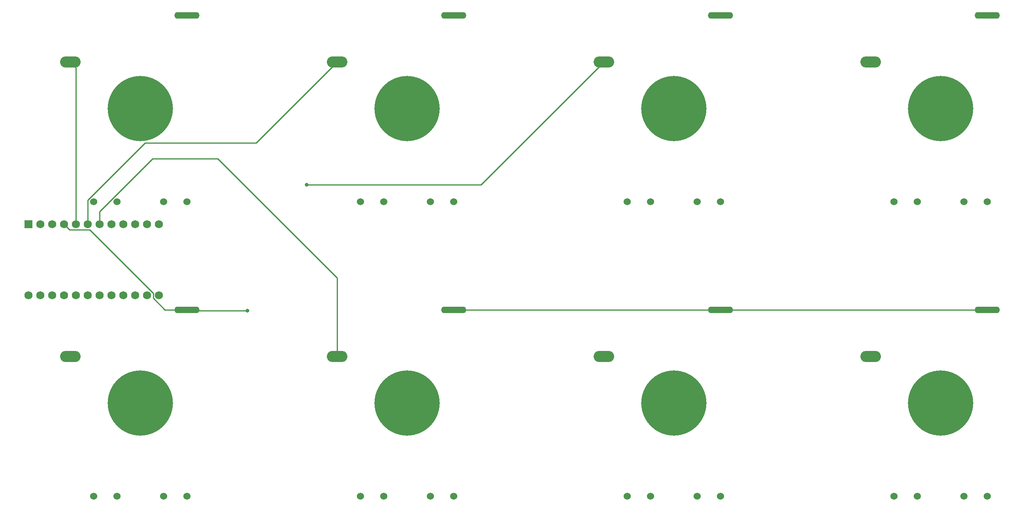
<source format=gtl>
%TF.GenerationSoftware,KiCad,Pcbnew,(5.1.8)-1*%
%TF.CreationDate,2021-01-26T10:30:40+02:00*%
%TF.ProjectId,bigartsey,62696761-7274-4736-9579-2e6b69636164,rev?*%
%TF.SameCoordinates,Original*%
%TF.FileFunction,Copper,L1,Top*%
%TF.FilePolarity,Positive*%
%FSLAX46Y46*%
G04 Gerber Fmt 4.6, Leading zero omitted, Abs format (unit mm)*
G04 Created by KiCad (PCBNEW (5.1.8)-1) date 2021-01-26 10:30:40*
%MOMM*%
%LPD*%
G01*
G04 APERTURE LIST*
%TA.AperFunction,ComponentPad*%
%ADD10C,1.752600*%
%TD*%
%TA.AperFunction,ComponentPad*%
%ADD11R,1.752600X1.752600*%
%TD*%
%TA.AperFunction,ComponentPad*%
%ADD12C,14.000000*%
%TD*%
%TA.AperFunction,ComponentPad*%
%ADD13C,1.524000*%
%TD*%
%TA.AperFunction,ComponentPad*%
%ADD14O,5.400000X1.400000*%
%TD*%
%TA.AperFunction,ComponentPad*%
%ADD15O,4.400000X2.400000*%
%TD*%
%TA.AperFunction,ViaPad*%
%ADD16C,0.800000*%
%TD*%
%TA.AperFunction,Conductor*%
%ADD17C,0.250000*%
%TD*%
G04 APERTURE END LIST*
D10*
%TO.P,U1,24*%
%TO.N,Net-(U1-Pad24)*%
X38862000Y-96774000D03*
%TO.P,U1,12*%
%TO.N,sw8*%
X66802000Y-81534000D03*
%TO.P,U1,23*%
%TO.N,Net-(U1-Pad23)*%
X41402000Y-96774000D03*
%TO.P,U1,22*%
%TO.N,Net-(U1-Pad22)*%
X43942000Y-96774000D03*
%TO.P,U1,21*%
%TO.N,Net-(U1-Pad21)*%
X46482000Y-96774000D03*
%TO.P,U1,20*%
%TO.N,Net-(U1-Pad20)*%
X49022000Y-96774000D03*
%TO.P,U1,19*%
%TO.N,Net-(U1-Pad19)*%
X51562000Y-96774000D03*
%TO.P,U1,18*%
%TO.N,Net-(U1-Pad18)*%
X54102000Y-96774000D03*
%TO.P,U1,17*%
%TO.N,Net-(U1-Pad17)*%
X56642000Y-96774000D03*
%TO.P,U1,16*%
%TO.N,Net-(U1-Pad16)*%
X59182000Y-96774000D03*
%TO.P,U1,15*%
%TO.N,Net-(U1-Pad15)*%
X61722000Y-96774000D03*
%TO.P,U1,14*%
%TO.N,Net-(U1-Pad14)*%
X64262000Y-96774000D03*
%TO.P,U1,13*%
%TO.N,Net-(U1-Pad13)*%
X66802000Y-96774000D03*
%TO.P,U1,11*%
%TO.N,sw7*%
X64262000Y-81534000D03*
%TO.P,U1,10*%
%TO.N,sw6*%
X61722000Y-81534000D03*
%TO.P,U1,9*%
%TO.N,sw5*%
X59182000Y-81534000D03*
%TO.P,U1,8*%
%TO.N,sw4*%
X56642000Y-81534000D03*
%TO.P,U1,7*%
%TO.N,sw3*%
X54102000Y-81534000D03*
%TO.P,U1,6*%
%TO.N,sw2*%
X51562000Y-81534000D03*
%TO.P,U1,5*%
%TO.N,sw1*%
X49022000Y-81534000D03*
%TO.P,U1,4*%
%TO.N,GND*%
X46482000Y-81534000D03*
%TO.P,U1,3*%
%TO.N,Net-(U1-Pad3)*%
X43942000Y-81534000D03*
%TO.P,U1,2*%
%TO.N,Net-(U1-Pad2)*%
X41402000Y-81534000D03*
D11*
%TO.P,U1,1*%
%TO.N,Net-(U1-Pad1)*%
X38862000Y-81534000D03*
%TD*%
D12*
%TO.P,SW8,*%
%TO.N,*%
X234251500Y-119855500D03*
D13*
%TO.P,SW8,7*%
%TO.N,N/C*%
X224251500Y-139855500D03*
%TO.P,SW8,6*%
X229251500Y-139855500D03*
%TO.P,SW8,5*%
X239251500Y-139855500D03*
%TO.P,SW8,4*%
X244251500Y-139855500D03*
D14*
%TO.P,SW8,2*%
%TO.N,GND*%
X244251500Y-99855500D03*
D15*
%TO.P,SW8,1*%
%TO.N,sw8*%
X219251500Y-109855500D03*
%TD*%
D12*
%TO.P,SW7,*%
%TO.N,*%
X234251500Y-56705500D03*
D13*
%TO.P,SW7,7*%
%TO.N,N/C*%
X224251500Y-76705500D03*
%TO.P,SW7,6*%
X229251500Y-76705500D03*
%TO.P,SW7,5*%
X239251500Y-76705500D03*
%TO.P,SW7,4*%
X244251500Y-76705500D03*
D14*
%TO.P,SW7,2*%
%TO.N,GND*%
X244251500Y-36705500D03*
D15*
%TO.P,SW7,1*%
%TO.N,sw4*%
X219251500Y-46705500D03*
%TD*%
D12*
%TO.P,SW6,*%
%TO.N,*%
X177101500Y-119855500D03*
D13*
%TO.P,SW6,7*%
%TO.N,N/C*%
X167101500Y-139855500D03*
%TO.P,SW6,6*%
X172101500Y-139855500D03*
%TO.P,SW6,5*%
X182101500Y-139855500D03*
%TO.P,SW6,4*%
X187101500Y-139855500D03*
D14*
%TO.P,SW6,2*%
%TO.N,GND*%
X187101500Y-99855500D03*
D15*
%TO.P,SW6,1*%
%TO.N,sw7*%
X162101500Y-109855500D03*
%TD*%
D12*
%TO.P,SW5,*%
%TO.N,*%
X119951500Y-119855500D03*
D13*
%TO.P,SW5,7*%
%TO.N,N/C*%
X109951500Y-139855500D03*
%TO.P,SW5,6*%
X114951500Y-139855500D03*
%TO.P,SW5,5*%
X124951500Y-139855500D03*
%TO.P,SW5,4*%
X129951500Y-139855500D03*
D14*
%TO.P,SW5,2*%
%TO.N,GND*%
X129951500Y-99855500D03*
D15*
%TO.P,SW5,1*%
%TO.N,sw3*%
X104951500Y-109855500D03*
%TD*%
D12*
%TO.P,SW4,*%
%TO.N,*%
X177101500Y-56705500D03*
D13*
%TO.P,SW4,7*%
%TO.N,N/C*%
X167101500Y-76705500D03*
%TO.P,SW4,6*%
X172101500Y-76705500D03*
%TO.P,SW4,5*%
X182101500Y-76705500D03*
%TO.P,SW4,4*%
X187101500Y-76705500D03*
D14*
%TO.P,SW4,2*%
%TO.N,GND*%
X187101500Y-36705500D03*
D15*
%TO.P,SW4,1*%
%TO.N,sw6*%
X162101500Y-46705500D03*
%TD*%
D12*
%TO.P,SW3,*%
%TO.N,*%
X119951500Y-56705500D03*
D13*
%TO.P,SW3,7*%
%TO.N,N/C*%
X109951500Y-76705500D03*
%TO.P,SW3,6*%
X114951500Y-76705500D03*
%TO.P,SW3,5*%
X124951500Y-76705500D03*
%TO.P,SW3,4*%
X129951500Y-76705500D03*
D14*
%TO.P,SW3,2*%
%TO.N,GND*%
X129951500Y-36705500D03*
D15*
%TO.P,SW3,1*%
%TO.N,sw2*%
X104951500Y-46705500D03*
%TD*%
D12*
%TO.P,SW2,*%
%TO.N,*%
X62801500Y-119855500D03*
D13*
%TO.P,SW2,7*%
%TO.N,N/C*%
X52801500Y-139855500D03*
%TO.P,SW2,6*%
X57801500Y-139855500D03*
%TO.P,SW2,5*%
X67801500Y-139855500D03*
%TO.P,SW2,4*%
X72801500Y-139855500D03*
D14*
%TO.P,SW2,2*%
%TO.N,GND*%
X72801500Y-99855500D03*
D15*
%TO.P,SW2,1*%
%TO.N,sw5*%
X47801500Y-109855500D03*
%TD*%
D12*
%TO.P,SW1,*%
%TO.N,*%
X62801500Y-56705500D03*
D13*
%TO.P,SW1,7*%
%TO.N,N/C*%
X52801500Y-76705500D03*
%TO.P,SW1,6*%
X57801500Y-76705500D03*
%TO.P,SW1,5*%
X67801500Y-76705500D03*
%TO.P,SW1,4*%
X72801500Y-76705500D03*
D14*
%TO.P,SW1,2*%
%TO.N,GND*%
X72801500Y-36705500D03*
D15*
%TO.P,SW1,1*%
%TO.N,sw1*%
X47801500Y-46705500D03*
%TD*%
D16*
%TO.N,GND*%
X85725000Y-100012500D03*
%TO.N,sw6*%
X98425000Y-73025000D03*
%TD*%
D17*
%TO.N,GND*%
X244251500Y-99855500D02*
X187101500Y-99855500D01*
X187101500Y-99855500D02*
X129951500Y-99855500D01*
X72958500Y-100012500D02*
X72801500Y-99855500D01*
X85725000Y-100012500D02*
X72958500Y-100012500D01*
X47683301Y-82735301D02*
X46482000Y-81534000D01*
X65600699Y-96334773D02*
X52001227Y-82735301D01*
X65600699Y-97350625D02*
X65600699Y-96334773D01*
X52001227Y-82735301D02*
X47683301Y-82735301D01*
X68105574Y-99855500D02*
X65600699Y-97350625D01*
X72801500Y-99855500D02*
X68105574Y-99855500D01*
%TO.N,sw1*%
X49022000Y-47926000D02*
X47801500Y-46705500D01*
X49022000Y-81534000D02*
X49022000Y-47926000D01*
%TO.N,sw2*%
X87626499Y-64030501D02*
X104951500Y-46705500D01*
X63867737Y-64030501D02*
X87626499Y-64030501D01*
X51562000Y-76336238D02*
X63867737Y-64030501D01*
X51562000Y-81534000D02*
X51562000Y-76336238D01*
%TO.N,sw6*%
X135782000Y-73025000D02*
X162101500Y-46705500D01*
X98425000Y-73025000D02*
X135782000Y-73025000D01*
%TO.N,sw3*%
X54102000Y-78796238D02*
X65429488Y-67468750D01*
X54102000Y-81534000D02*
X54102000Y-78796238D01*
X65429488Y-67468750D02*
X79375000Y-67468750D01*
X104951500Y-93045250D02*
X104951500Y-109855500D01*
X79375000Y-67468750D02*
X104951500Y-93045250D01*
%TD*%
M02*

</source>
